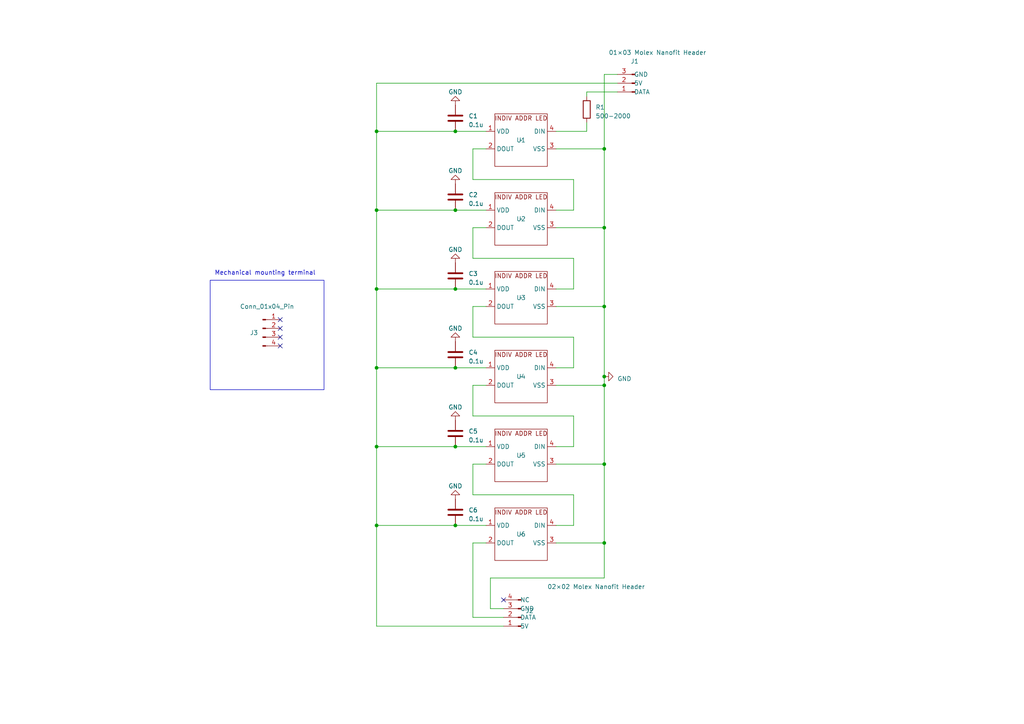
<source format=kicad_sch>
(kicad_sch (version 20230121) (generator eeschema)
  (paper "A4")
  (lib_symbols
    (symbol "Conn_01x04_Pin_1" (pin_names (offset 1.016) hide)
      (property "Reference" "J" (at 0 5.08 0))
      (property "Value" "Conn_01x04_Pin" (at 0 -7.62 0))
      (symbol "Conn_01x04_Pin_1_1_1"
        (polyline (pts (xy 1.27 -5.08) (xy 0.8636 -5.08)) (stroke (width 0.1524)))
        (polyline (pts (xy 1.27 -2.54) (xy 0.8636 -2.54)) (stroke (width 0.1524)))
        (polyline (pts (xy 1.27 0) (xy 0.8636 0)) (stroke (width 0.1524)))
        (polyline (pts (xy 1.27 2.54) (xy 0.8636 2.54)) (stroke (width 0.1524)))
        (rectangle (start 0.8636 -4.953) (end 0 -5.207) (stroke (width 0.1524)) (fill (type outline)))
        (rectangle (start 0.8636 -2.413) (end 0 -2.667) (stroke (width 0.1524)) (fill (type outline)))
        (rectangle (start 0.8636 0.127) (end 0 -0.127) (stroke (width 0.1524)) (fill (type outline)))
        (rectangle (start 0.8636 2.667) (end 0 2.413) (stroke (width 0.1524)) (fill (type outline)))
        (pin passive line (at 5.08 2.54 180) (length 3.81) (name "Pin_1") (number "1"))
        (pin passive line (at 5.08 0 180) (length 3.81) (name "Pin_2") (number "2"))
        (pin passive line (at 5.08 -2.54 180) (length 3.81) (name "Pin_3") (number "3"))
        (pin passive line (at 5.08 -5.08 180) (length 3.81) (name "Pin_4") (number "4"))
      )
    )
    (symbol "Connector:Conn_01x03_Pin" (pin_names (offset 1.016))
      (property "Reference" "J1" (at -3.81 -6.35 0))
      (property "Value" "Conn_01x03_Pin" (at -10.16 -8.89 0))
      (symbol "Conn_01x03_Pin_1_1"
        (polyline (pts (xy 1.27 -2.54) (xy 0.8636 -2.54)) (stroke (width 0.1524)))
        (polyline (pts (xy 1.27 0) (xy 0.8636 0)) (stroke (width 0.1524)))
        (polyline (pts (xy 1.27 2.54) (xy 0.8636 2.54)) (stroke (width 0.1524)))
        (rectangle (start 0.8636 -2.413) (end 0 -2.667) (stroke (width 0.1524)) (fill (type outline)))
        (rectangle (start 0.8636 0.127) (end 0 -0.127) (stroke (width 0.1524)) (fill (type outline)))
        (rectangle (start 0.8636 2.667) (end 0 2.413) (stroke (width 0.1524)) (fill (type outline)))
        (pin passive line (at 5.08 2.54 180) (length 3.81) (name "DATA") (number "1"))
        (pin passive line (at 5.08 0 180) (length 3.81) (name "5V") (number "2"))
        (pin passive line (at 5.08 -2.54 180) (length 3.81) (name "GND") (number "3"))
      )
    )
    (symbol "Connector:Conn_01x04_Pin" (pin_names (offset 1.016))
      (property "Reference" "J2" (at -1.27 -1.905 0))
      (property "Value" "02×02 Molex Nanofit Header" (at -7.62 -8.89 0))
      (symbol "Conn_01x04_Pin_1_1"
        (polyline (pts (xy 1.27 -5.08) (xy 0.8636 -5.08)) (stroke (width 0.1524)))
        (polyline (pts (xy 1.27 -2.54) (xy 0.8636 -2.54)) (stroke (width 0.1524)))
        (polyline (pts (xy 1.27 0) (xy 0.8636 0)) (stroke (width 0.1524)))
        (polyline (pts (xy 1.27 2.54) (xy 0.8636 2.54)) (stroke (width 0.1524)))
        (rectangle (start 0.8636 -4.953) (end 0 -5.207) (stroke (width 0.1524)) (fill (type outline)))
        (rectangle (start 0.8636 -2.413) (end 0 -2.667) (stroke (width 0.1524)) (fill (type outline)))
        (rectangle (start 0.8636 0.127) (end 0 -0.127) (stroke (width 0.1524)) (fill (type outline)))
        (rectangle (start 0.8636 2.667) (end 0 2.413) (stroke (width 0.1524)) (fill (type outline)))
        (pin passive line (at 5.08 2.54 180) (length 3.81) (name "5V") (number "1"))
        (pin passive line (at 5.08 0 180) (length 3.81) (name "DATA") (number "2"))
        (pin passive line (at 5.08 -2.54 180) (length 3.81) (name "GND") (number "3"))
        (pin passive line (at 5.08 -5.08 180) (length 3.81) (name "NC") (number "4"))
      )
    )
    (symbol "Device:C" (pin_numbers hide) (pin_names (offset 0.254))
      (property "Reference" "C" (at 0.635 2.54 0))
      (property "Value" "C" (at 0.635 -2.54 0))
      (symbol "C_0_1"
        (polyline (pts (xy -2.032 -0.762) (xy 2.032 -0.762)) (stroke (width 0.508)))
        (polyline (pts (xy -2.032 0.762) (xy 2.032 0.762)) (stroke (width 0.508)))
      )
      (symbol "C_1_1"
        (pin passive line (at 0 3.81 270) (length 2.794) (name "~") (number "1"))
        (pin passive line (at 0 -3.81 90) (length 2.794) (name "~") (number "2"))
      )
    )
    (symbol "Device:R" (pin_numbers hide) (pin_names (offset 0))
      (property "Reference" "R" (at 2.032 0 90))
      (property "Value" "R" (at 0 0 90))
      (symbol "R_0_1"
        (rectangle (start -1.016 -2.54) (end 1.016 2.54) (stroke (width 0.254)))
      )
      (symbol "R_1_1"
        (pin passive line (at 0 3.81 270) (length 1.27) (name "~") (number "1"))
        (pin passive line (at 0 -3.81 90) (length 1.27) (name "~") (number "2"))
      )
    )
    (symbol "LadderLEDLib:IN-PI55QATPRPGPBPW-30"
      (property "Reference" "U" (at 0 0 0))
      (symbol "IN-PI55QATPRPGPBPW-30_0_1"
        (rectangle (start -7.62 7.62) (end 7.62 -7.62))
        (text "INDIV ADDR LED" (at 0 6.35 0) (effects (font (size 1.27 1.27))))
      )
      (symbol "IN-PI55QATPRPGPBPW-30_1_1"
        (pin power_in line (at -10.16 2.54 0) (length 2.54) (name "VDD") (number "1"))
        (pin output line (at -10.16 -2.54 0) (length 2.54) (name "DOUT") (number "2"))
        (pin power_in line (at 10.16 -2.54 180) (length 2.54) (name "VSS") (number "3"))
        (pin input line (at 10.16 2.54 180) (length 2.54) (name "DIN") (number "4"))
      )
    )
    (symbol "power:GND" (power) (pin_names (offset 0))
      (property "Value" "GND" (at 0 -3.81 0))
      (symbol "GND_0_1"
        (polyline (pts (xy 0 0) (xy 0 -1.27) (xy 1.27 -1.27) (xy 0 -2.54) (xy -1.27 -1.27) (xy 0 -1.27)))
      )
      (symbol "GND_1_1"
        (pin power_in line (at 0 0 270) (length 0) hide (name "GND") (number "1"))
      )
    )
  )
  (junction (at 132.08 83.82))
  (junction (at 109.22 129.54))
  (junction (at 109.22 83.82))
  (junction (at 109.22 106.68))
  (junction (at 132.08 38.1))
  (junction (at 109.22 60.96))
  (junction (at 175.26 157.48))
  (junction (at 175.26 109.22))
  (junction (at 132.08 152.4))
  (junction (at 132.08 129.54))
  (junction (at 175.26 66.04))
  (junction (at 109.22 38.1))
  (junction (at 175.26 111.76))
  (junction (at 132.08 106.68))
  (junction (at 175.26 43.18))
  (junction (at 132.08 60.96))
  (junction (at 175.26 88.9))
  (junction (at 109.22 152.4))
  (junction (at 175.26 134.62))
  (no_connect (at 146.05 173.99))
  (no_connect (at 81.28 92.71))
  (no_connect (at 81.28 95.25))
  (no_connect (at 81.28 97.79))
  (no_connect (at 81.28 100.33))
  (wire (pts (xy 109.22 60.96) (xy 132.08 60.96)))
  (wire (pts (xy 137.16 111.76) (xy 137.16 120.65)))
  (wire (pts (xy 179.07 21.59) (xy 175.26 21.59)))
  (wire (pts (xy 166.37 52.07) (xy 166.37 60.96)))
  (wire (pts (xy 137.16 134.62) (xy 137.16 143.51)))
  (wire (pts (xy 109.22 152.4) (xy 132.08 152.4)))
  (wire (pts (xy 132.08 152.4) (xy 140.97 152.4)))
  (wire (pts (xy 137.16 143.51) (xy 166.37 143.51)))
  (wire (pts (xy 175.26 21.59) (xy 175.26 43.18)))
  (wire (pts (xy 109.22 38.1) (xy 109.22 60.96)))
  (wire (pts (xy 179.07 26.67) (xy 170.18 26.67)))
  (wire (pts (xy 175.26 134.62) (xy 175.26 157.48)))
  (wire (pts (xy 140.97 157.48) (xy 137.16 157.48)))
  (wire (pts (xy 170.18 26.67) (xy 170.18 27.94)))
  (wire (pts (xy 175.26 43.18) (xy 161.29 43.18)))
  (wire (pts (xy 140.97 43.18) (xy 137.16 43.18)))
  (wire (pts (xy 109.22 129.54) (xy 132.08 129.54)))
  (wire (pts (xy 146.05 176.53) (xy 142.24 176.53)))
  (wire (pts (xy 175.26 43.18) (xy 175.26 66.04)))
  (wire (pts (xy 137.16 52.07) (xy 166.37 52.07)))
  (wire (pts (xy 137.16 43.18) (xy 137.16 52.07)))
  (wire (pts (xy 142.24 167.64) (xy 175.26 167.64)))
  (wire (pts (xy 109.22 83.82) (xy 132.08 83.82)))
  (wire (pts (xy 161.29 152.4) (xy 166.37 152.4)))
  (wire (pts (xy 109.22 38.1) (xy 132.08 38.1)))
  (wire (pts (xy 140.97 88.9) (xy 137.16 88.9)))
  (wire (pts (xy 109.22 152.4) (xy 109.22 181.61)))
  (wire (pts (xy 175.26 111.76) (xy 175.26 134.62)))
  (wire (pts (xy 161.29 60.96) (xy 166.37 60.96)))
  (wire (pts (xy 161.29 129.54) (xy 166.37 129.54)))
  (wire (pts (xy 109.22 24.13) (xy 179.07 24.13)))
  (wire (pts (xy 137.16 179.07) (xy 146.05 179.07)))
  (wire (pts (xy 109.22 106.68) (xy 132.08 106.68)))
  (wire (pts (xy 175.26 88.9) (xy 175.26 109.22)))
  (wire (pts (xy 132.08 106.68) (xy 140.97 106.68)))
  (wire (pts (xy 166.37 143.51) (xy 166.37 152.4)))
  (wire (pts (xy 161.29 157.48) (xy 175.26 157.48)))
  (wire (pts (xy 161.29 83.82) (xy 166.37 83.82)))
  (wire (pts (xy 140.97 134.62) (xy 137.16 134.62)))
  (wire (pts (xy 109.22 106.68) (xy 109.22 129.54)))
  (wire (pts (xy 132.08 38.1) (xy 140.97 38.1)))
  (wire (pts (xy 175.26 109.22) (xy 175.26 111.76)))
  (wire (pts (xy 132.08 60.96) (xy 140.97 60.96)))
  (wire (pts (xy 137.16 97.79) (xy 166.37 97.79)))
  (wire (pts (xy 161.29 106.68) (xy 166.37 106.68)))
  (wire (pts (xy 109.22 129.54) (xy 109.22 152.4)))
  (wire (pts (xy 175.26 111.76) (xy 161.29 111.76)))
  (wire (pts (xy 140.97 129.54) (xy 132.08 129.54)))
  (wire (pts (xy 166.37 97.79) (xy 166.37 106.68)))
  (wire (pts (xy 175.26 134.62) (xy 161.29 134.62)))
  (wire (pts (xy 109.22 181.61) (xy 146.05 181.61)))
  (wire (pts (xy 137.16 66.04) (xy 137.16 74.93)))
  (wire (pts (xy 170.18 35.56) (xy 170.18 38.1)))
  (wire (pts (xy 175.26 157.48) (xy 175.26 167.64)))
  (wire (pts (xy 140.97 66.04) (xy 137.16 66.04)))
  (wire (pts (xy 137.16 157.48) (xy 137.16 179.07)))
  (wire (pts (xy 166.37 74.93) (xy 166.37 83.82)))
  (wire (pts (xy 137.16 120.65) (xy 166.37 120.65)))
  (wire (pts (xy 109.22 83.82) (xy 109.22 106.68)))
  (wire (pts (xy 132.08 83.82) (xy 140.97 83.82)))
  (wire (pts (xy 175.26 66.04) (xy 161.29 66.04)))
  (wire (pts (xy 175.26 88.9) (xy 161.29 88.9)))
  (wire (pts (xy 109.22 24.13) (xy 109.22 38.1)))
  (wire (pts (xy 166.37 120.65) (xy 166.37 129.54)))
  (wire (pts (xy 170.18 38.1) (xy 161.29 38.1)))
  (wire (pts (xy 175.26 66.04) (xy 175.26 88.9)))
  (wire (pts (xy 137.16 88.9) (xy 137.16 97.79)))
  (wire (pts (xy 142.24 176.53) (xy 142.24 167.64)))
  (wire (pts (xy 109.22 60.96) (xy 109.22 83.82)))
  (wire (pts (xy 140.97 111.76) (xy 137.16 111.76)))
  (wire (pts (xy 137.16 74.93) (xy 166.37 74.93)))
  (rectangle (start 60.96 81.28) (end 93.98 113.03))
  (text "Mechanical mounting terminal" (at 62.23 80.01 0) (effects (font (size 1.27 1.27)) (justify left bottom)))
  (symbol (lib_name "Conn_01x04_Pin_1") (lib_id "Connector:Conn_01x04_Pin") (at 76.2 95.25 0) (unit 1)
    (property "Reference" "J3" (at 73.66 96.52 0))
    (property "Value" "Conn_01x04_Pin" (at 77.47 88.9 0))
    (property "Footprint" "LadderLEDLib:36-7773-ND" (effects hide))
    (property "MPN" "7773" (effects hide))
    (property "Manufacturer" "Keystone Electronics" (effects hide))
    (property "URL" "https://www.digikey.com/en/products/detail/keystone-electronics/7773/4499350" (effects hide))
  )
  (symbol (lib_id "Device:C") (at 132.08 125.73 0) (unit 1)
    (property "Reference" "C5" (at 135.89 125.095 0) (effects (justify left)))
    (property "Value" "0.1u" (at 135.89 127.635 0) (effects (justify left)))
    (property "Footprint" "Capacitor_SMD:C_0805_2012Metric_Pad1.18x1.45mm_HandSolder" (effects hide))
  )
  (symbol (lib_id "LadderLEDLib:IN-PI55QATPRPGPBPW-30") (at 151.13 63.5 0) (unit 1)
    (property "Reference" "U2" (at 151.13 63.5 0))
    (property "Value" "~" (at 151.13 63.5 0))
    (property "Footprint" "LadderLEDLib:IN-PI55QATPRPGPBPW-XX" (effects hide))
    (property "Color" "RGBW, Neutral White" (effects hide))
    (property "URL" "https://www.digikey.com/en/products/detail/inolux/IN-PI55QATPRPGPBPW-40/9681240" (effects hide))
  )
  (symbol (lib_id "Device:C") (at 132.08 102.87 0) (unit 1)
    (property "Reference" "C4" (at 135.89 102.235 0) (effects (justify left)))
    (property "Value" "0.1u" (at 135.89 104.775 0) (effects (justify left)))
    (property "Footprint" "Capacitor_SMD:C_0805_2012Metric_Pad1.18x1.45mm_HandSolder" (effects hide))
  )
  (symbol (lib_id "Connector:Conn_01x04_Pin") (at 151.13 179.07 180) (unit 1)
    (property "Reference" "J2" (at 152.4 177.165 0) (effects (justify right)))
    (property "Value" "02×02 Molex Nanofit Header" (at 158.75 170.18 0) (effects (justify right)))
    (property "Footprint" "LadderLEDLib:Molex 105405-1104" (effects hide))
    (property "Color" "Black" (effects hide))
    (property "Manufacturer" "Molex" (effects hide))
    (property "URL" "https://www.digikey.com/en/products/detail/molex/1054051104/7062927?s=N4IgTCBcDaIIwAYCsAWZdEpAXQL5A" (effects hide))
  )
  (symbol (lib_id "power:GND") (at 132.08 53.34 180) (unit 1)
    (property "Reference" "#PWR02" (effects hide))
    (property "Value" "GND" (at 132.08 49.53 0))
  )
  (symbol (lib_id "power:GND") (at 175.26 109.22 90) (unit 1)
    (property "Reference" "#PWR06" (effects hide))
    (property "Value" "GND" (at 179.07 109.855 90) (effects (justify right)))
  )
  (symbol (lib_id "Device:C") (at 132.08 57.15 0) (unit 1)
    (property "Reference" "C2" (at 135.89 56.515 0) (effects (justify left)))
    (property "Value" "0.1u" (at 135.89 59.055 0) (effects (justify left)))
    (property "Footprint" "Capacitor_SMD:C_0805_2012Metric_Pad1.18x1.45mm_HandSolder" (effects hide))
  )
  (symbol (lib_id "Device:C") (at 132.08 148.59 0) (unit 1)
    (property "Reference" "C6" (at 135.89 147.955 0) (effects (justify left)))
    (property "Value" "0.1u" (at 135.89 150.495 0) (effects (justify left)))
    (property "Footprint" "Capacitor_SMD:C_0805_2012Metric_Pad1.18x1.45mm_HandSolder" (effects hide))
  )
  (symbol (lib_id "LadderLEDLib:IN-PI55QATPRPGPBPW-30") (at 151.13 132.08 0) (unit 1)
    (property "Reference" "U5" (at 151.13 132.08 0))
    (property "Value" "~" (at 151.13 132.08 0))
    (property "Footprint" "LadderLEDLib:IN-PI55QATPRPGPBPW-XX" (effects hide))
    (property "Color" "RGBW, Neutral White" (effects hide))
    (property "URL" "https://www.digikey.com/en/products/detail/inolux/IN-PI55QATPRPGPBPW-40/9681240" (effects hide))
  )
  (symbol (lib_id "power:GND") (at 132.08 144.78 180) (unit 1)
    (property "Reference" "#PWR07" (effects hide))
    (property "Value" "GND" (at 132.08 140.97 0))
  )
  (symbol (lib_id "Device:C") (at 132.08 34.29 0) (unit 1)
    (property "Reference" "C1" (at 135.89 33.655 0) (effects (justify left)))
    (property "Value" "0.1u" (at 135.89 36.195 0) (effects (justify left)))
    (property "Footprint" "Capacitor_SMD:C_0805_2012Metric_Pad1.18x1.45mm_HandSolder" (effects hide))
  )
  (symbol (lib_id "Device:R") (at 170.18 31.75 0) (unit 1)
    (property "Reference" "R1" (at 172.72 31.115 0) (effects (justify left)))
    (property "Value" "500-2000" (at 172.72 33.655 0) (effects (justify left)))
    (property "Footprint" "Resistor_SMD:R_0805_2012Metric_Pad1.20x1.40mm_HandSolder" (effects hide))
  )
  (symbol (lib_id "LadderLEDLib:IN-PI55QATPRPGPBPW-30") (at 151.13 154.94 0) (unit 1)
    (property "Reference" "U6" (at 151.13 154.94 0))
    (property "Value" "~" (at 151.13 154.94 0))
    (property "Footprint" "LadderLEDLib:IN-PI55QATPRPGPBPW-XX" (effects hide))
    (property "Color" "RGBW, Neutral White" (effects hide))
    (property "URL" "https://www.digikey.com/en/products/detail/inolux/IN-PI55QATPRPGPBPW-40/9681240" (effects hide))
  )
  (symbol (lib_id "LadderLEDLib:IN-PI55QATPRPGPBPW-30") (at 151.13 109.22 0) (unit 1)
    (property "Reference" "U4" (at 151.13 109.22 0))
    (property "Value" "~" (at 151.13 109.22 0))
    (property "Footprint" "LadderLEDLib:IN-PI55QATPRPGPBPW-XX" (effects hide))
    (property "Color" "RGBW, Neutral White" (effects hide))
    (property "URL" "https://www.digikey.com/en/products/detail/inolux/IN-PI55QATPRPGPBPW-40/9681240" (effects hide))
  )
  (symbol (lib_id "power:GND") (at 132.08 99.06 180) (unit 1)
    (property "Reference" "#PWR04" (effects hide))
    (property "Value" "GND" (at 132.08 95.25 0))
  )
  (symbol (lib_id "power:GND") (at 132.08 76.2 180) (unit 1)
    (property "Reference" "#PWR03" (effects hide))
    (property "Value" "GND" (at 132.08 72.39 0))
  )
  (symbol (lib_id "power:GND") (at 132.08 30.48 180) (unit 1)
    (property "Reference" "#PWR01" (effects hide))
    (property "Value" "GND" (at 132.08 26.67 0))
  )
  (symbol (lib_id "power:GND") (at 132.08 121.92 180) (unit 1)
    (property "Reference" "#PWR05" (effects hide))
    (property "Value" "GND" (at 132.08 118.11 0))
  )
  (symbol (lib_id "Connector:Conn_01x03_Pin") (at 184.15 24.13 180) (unit 1)
    (property "Reference" "J1" (at 182.88 17.78 0) (effects (justify right)))
    (property "Value" "01×03 Molex Nanofit Header" (at 176.53 15.24 0) (effects (justify right)))
    (property "Footprint" "LadderLEDLib:Molex 1054302103" (effects hide))
    (property "Color" "Natural" (effects hide))
    (property "Manufacturer" "Molex" (effects hide))
    (property "URL" "https://www.digikey.com/en/products/detail/molex/1054302103/9959387?s=N4IgTCBcDaIIwAYCsAWAzAsi0gLoF8g" (effects hide))
  )
  (symbol (lib_id "LadderLEDLib:IN-PI55QATPRPGPBPW-30") (at 151.13 86.36 0) (unit 1)
    (property "Reference" "U3" (at 151.13 86.36 0))
    (property "Value" "~" (at 151.13 86.36 0))
    (property "Footprint" "LadderLEDLib:IN-PI55QATPRPGPBPW-XX" (effects hide))
    (property "Color" "RGBW, Neutral White" (effects hide))
    (property "URL" "https://www.digikey.com/en/products/detail/inolux/IN-PI55QATPRPGPBPW-40/9681240" (effects hide))
  )
  (symbol (lib_id "Device:C") (at 132.08 80.01 0) (unit 1)
    (property "Reference" "C3" (at 135.89 79.375 0) (effects (justify left)))
    (property "Value" "0.1u" (at 135.89 81.915 0) (effects (justify left)))
    (property "Footprint" "Capacitor_SMD:C_0805_2012Metric_Pad1.18x1.45mm_HandSolder" (effects hide))
  )
  (symbol (lib_id "LadderLEDLib:IN-PI55QATPRPGPBPW-30") (at 151.13 40.64 0) (unit 1)
    (property "Reference" "U1" (at 151.13 40.64 0))
    (property "Value" "~" (at 151.13 40.64 0))
    (property "Footprint" "LadderLEDLib:IN-PI55QATPRPGPBPW-XX" (effects hide))
    (property "Color" "RGBW, Neutral White" (effects hide))
    (property "URL" "https://www.digikey.com/en/products/detail/inolux/IN-PI55QATPRPGPBPW-40/9681240" (effects hide))
  )
)
</source>
